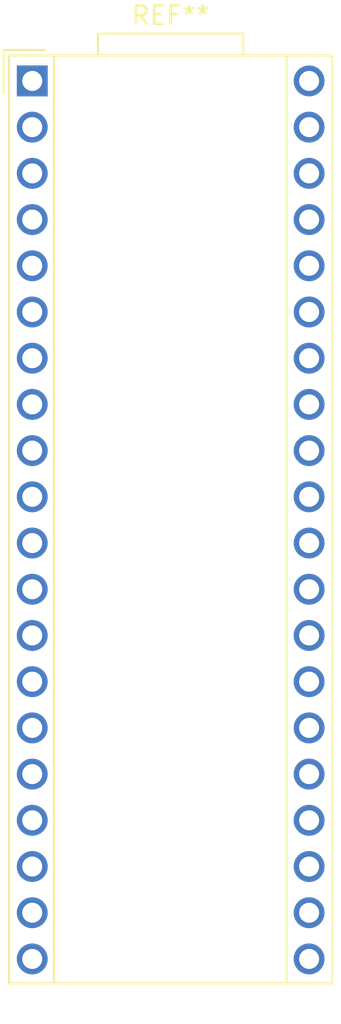
<source format=kicad_pcb>
(kicad_pcb (version 20241229) (generator "pcbnew") (generator_version "9.0")
  (layers (0 "F.Cu" signal) (2 "B.Cu" signal) (13 "F.Paste" user) (15 "B.Paste" user) (5 "F.SilkS" user "F.Silkscreen") (7 "B.SilkS" user "B.Silkscreen") (1 "F.Mask" user) (3 "B.Mask" user) (25 "Edge.Cuts" user))
  (net 0 "")
  (footprint "Module:Electrosmith_Daisy_Seed" (layer "F.Cu") (at 92 51)
    (property "Reference" "REF**" (at 7.62 -3.6 0) (layer "F.SilkS"))
    (property "Value" "Electrosmith_Daisy_Seed")
    (fp_line (start -1.58 -1.7) (end -1.58 0.7) (stroke (width 0.12)) (layer "F.SilkS"))
    (fp_line (start -1.28 -1.4) (end 16.52 -1.4) (stroke (width 0.12)) (layer "F.SilkS"))
    (fp_line (start -1.28 49.6) (end -1.28 -1.4) (stroke (width 0.12)) (layer "F.SilkS"))
    (fp_line (start 0.72 -1.7) (end -1.58 -1.7) (stroke (width 0.12)) (layer "F.SilkS"))
    (fp_line (start 1.2 -1.4) (end 1.2 49.6) (stroke (width 0.12)) (layer "F.SilkS"))
    (fp_line (start 3.62 -2.6) (end 11.62 -2.6) (stroke (width 0.12)) (layer "F.SilkS"))
    (fp_line (start 3.62 -1.4) (end 3.62 -2.6) (stroke (width 0.12)) (layer "F.SilkS"))
    (fp_line (start 11.62 -2.6) (end 11.62 -1.4) (stroke (width 0.12)) (layer "F.SilkS"))
    (fp_line (start 14 -1.4) (end 14 49.6) (stroke (width 0.12)) (layer "F.SilkS"))
    (fp_line (start 16.52 -1.4) (end 16.52 49.6) (stroke (width 0.12)) (layer "F.SilkS"))
    (fp_line (start 16.52 49.6) (end -1.28 49.6) (stroke (width 0.12)) (layer "F.SilkS"))
    (pad "1" thru_hole rect (at 0 0) (size 1.7 1.7) (drill 1.1) (layers "*.Cu" "*.Mask"))
    (pad "2" thru_hole circle (at 0 2.54) (size 1.7 1.7) (drill 1.1) (layers "*.Cu" "*.Mask"))
    (pad "3" thru_hole circle (at 0 5.08) (size 1.7 1.7) (drill 1.1) (layers "*.Cu" "*.Mask"))
    (pad "4" thru_hole circle (at 0 7.62) (size 1.7 1.7) (drill 1.1) (layers "*.Cu" "*.Mask"))
    (pad "5" thru_hole circle (at 0 10.16) (size 1.7 1.7) (drill 1.1) (layers "*.Cu" "*.Mask"))
    (pad "6" thru_hole circle (at 0 12.7) (size 1.7 1.7) (drill 1.1) (layers "*.Cu" "*.Mask"))
    (pad "7" thru_hole circle (at 0 15.24) (size 1.7 1.7) (drill 1.1) (layers "*.Cu" "*.Mask"))
    (pad "8" thru_hole circle (at 0 17.78) (size 1.7 1.7) (drill 1.1) (layers "*.Cu" "*.Mask"))
    (pad "9" thru_hole circle (at 0 20.32) (size 1.7 1.7) (drill 1.1) (layers "*.Cu" "*.Mask"))
    (pad "10" thru_hole circle (at 0 22.86) (size 1.7 1.7) (drill 1.1) (layers "*.Cu" "*.Mask"))
    (pad "11" thru_hole circle (at 0 25.4) (size 1.7 1.7) (drill 1.1) (layers "*.Cu" "*.Mask"))
    (pad "12" thru_hole circle (at 0 27.94) (size 1.7 1.7) (drill 1.1) (layers "*.Cu" "*.Mask"))
    (pad "13" thru_hole circle (at 0 30.48) (size 1.7 1.7) (drill 1.1) (layers "*.Cu" "*.Mask"))
    (pad "14" thru_hole circle (at 0 33.02) (size 1.7 1.7) (drill 1.1) (layers "*.Cu" "*.Mask"))
    (pad "15" thru_hole circle (at 0 35.56) (size 1.7 1.7) (drill 1.1) (layers "*.Cu" "*.Mask"))
    (pad "16" thru_hole circle (at 0 38.1) (size 1.7 1.7) (drill 1.1) (layers "*.Cu" "*.Mask"))
    (pad "17" thru_hole circle (at 0 40.64) (size 1.7 1.7) (drill 1.1) (layers "*.Cu" "*.Mask"))
    (pad "18" thru_hole circle (at 0 43.18) (size 1.7 1.7) (drill 1.1) (layers "*.Cu" "*.Mask"))
    (pad "19" thru_hole circle (at 0 45.72) (size 1.7 1.7) (drill 1.1) (layers "*.Cu" "*.Mask"))
    (pad "20" thru_hole circle (at 0 48.26) (size 1.7 1.7) (drill 1.1) (layers "*.Cu" "*.Mask"))
    (pad "21" thru_hole circle (at 15.24 48.26) (size 1.7 1.7) (drill 1.1) (layers "*.Cu" "*.Mask"))
    (pad "22" thru_hole circle (at 15.24 45.72) (size 1.7 1.7) (drill 1.1) (layers "*.Cu" "*.Mask"))
    (pad "23" thru_hole circle (at 15.24 43.18) (size 1.7 1.7) (drill 1.1) (layers "*.Cu" "*.Mask"))
    (pad "24" thru_hole circle (at 15.24 40.64) (size 1.7 1.7) (drill 1.1) (layers "*.Cu" "*.Mask"))
    (pad "25" thru_hole circle (at 15.24 38.1) (size 1.7 1.7) (drill 1.1) (layers "*.Cu" "*.Mask"))
    (pad "26" thru_hole circle (at 15.24 35.56) (size 1.7 1.7) (drill 1.1) (layers "*.Cu" "*.Mask"))
    (pad "27" thru_hole circle (at 15.24 33.02) (size 1.7 1.7) (drill 1.1) (layers "*.Cu" "*.Mask"))
    (pad "28" thru_hole circle (at 15.24 30.48) (size 1.7 1.7) (drill 1.1) (layers "*.Cu" "*.Mask"))
    (pad "29" thru_hole circle (at 15.24 27.94) (size 1.7 1.7) (drill 1.1) (layers "*.Cu" "*.Mask"))
    (pad "30" thru_hole circle (at 15.24 25.4) (size 1.7 1.7) (drill 1.1) (layers "*.Cu" "*.Mask"))
    (pad "31" thru_hole circle (at 15.24 22.86) (size 1.7 1.7) (drill 1.1) (layers "*.Cu" "*.Mask"))
    (pad "32" thru_hole circle (at 15.24 20.32) (size 1.7 1.7) (drill 1.1) (layers "*.Cu" "*.Mask"))
    (pad "33" thru_hole circle (at 15.24 17.78) (size 1.7 1.7) (drill 1.1) (layers "*.Cu" "*.Mask"))
    (pad "34" thru_hole circle (at 15.24 15.24) (size 1.7 1.7) (drill 1.1) (layers "*.Cu" "*.Mask"))
    (pad "35" thru_hole circle (at 15.24 12.7) (size 1.7 1.7) (drill 1.1) (layers "*.Cu" "*.Mask"))
    (pad "36" thru_hole circle (at 15.24 10.16) (size 1.7 1.7) (drill 1.1) (layers "*.Cu" "*.Mask"))
    (pad "37" thru_hole circle (at 15.24 7.62) (size 1.7 1.7) (drill 1.1) (layers "*.Cu" "*.Mask"))
    (pad "38" thru_hole circle (at 15.24 5.08) (size 1.7 1.7) (drill 1.1) (layers "*.Cu" "*.Mask"))
    (pad "39" thru_hole circle (at 15.24 2.54) (size 1.7 1.7) (drill 1.1) (layers "*.Cu" "*.Mask"))
    (pad "40" thru_hole circle (at 15.24 0) (size 1.7 1.7) (drill 1.1) (layers "*.Cu" "*.Mask"))
  )
)
</source>
